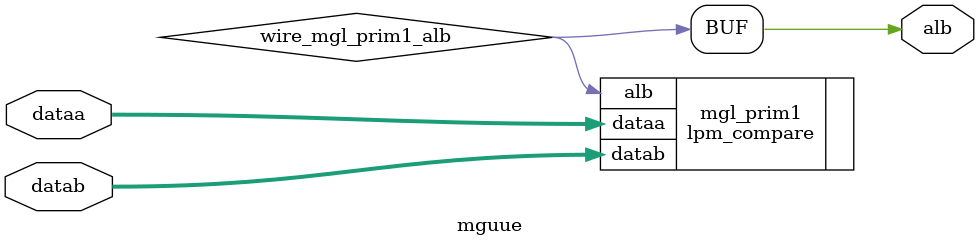
<source format=v>






//synthesis_resources = lpm_compare 1 
//synopsys translate_off
`timescale 1 ps / 1 ps
//synopsys translate_on
module  mguue
	( 
	alb,
	dataa,
	datab) /* synthesis synthesis_clearbox=1 */;
	output   alb;
	input   [15:0]  dataa;
	input   [15:0]  datab;

	wire  wire_mgl_prim1_alb;

	lpm_compare   mgl_prim1
	( 
	.alb(wire_mgl_prim1_alb),
	.dataa(dataa),
	.datab(datab));
	defparam
		mgl_prim1.lpm_representation = "UNSIGNED",
		mgl_prim1.lpm_type = "LPM_COMPARE",
		mgl_prim1.lpm_width = 16,
		mgl_prim1.lpm_hint = "ONE_INPUT_IS_CONSTANT=YES";
	assign
		alb = wire_mgl_prim1_alb;
endmodule //mguue
//VALID FILE

</source>
